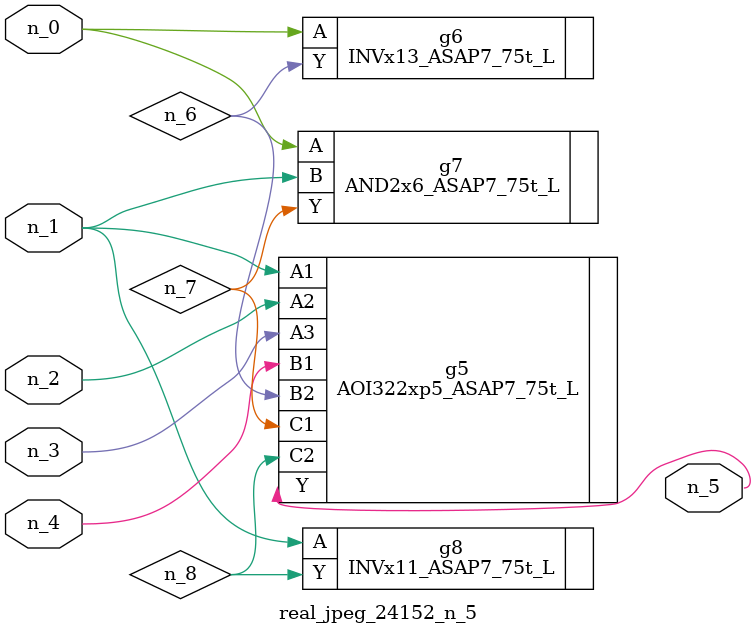
<source format=v>
module real_jpeg_24152_n_5 (n_4, n_0, n_1, n_2, n_3, n_5);

input n_4;
input n_0;
input n_1;
input n_2;
input n_3;

output n_5;

wire n_8;
wire n_6;
wire n_7;

INVx13_ASAP7_75t_L g6 ( 
.A(n_0),
.Y(n_6)
);

AND2x6_ASAP7_75t_L g7 ( 
.A(n_0),
.B(n_1),
.Y(n_7)
);

AOI322xp5_ASAP7_75t_L g5 ( 
.A1(n_1),
.A2(n_2),
.A3(n_3),
.B1(n_4),
.B2(n_6),
.C1(n_7),
.C2(n_8),
.Y(n_5)
);

INVx11_ASAP7_75t_L g8 ( 
.A(n_1),
.Y(n_8)
);


endmodule
</source>
